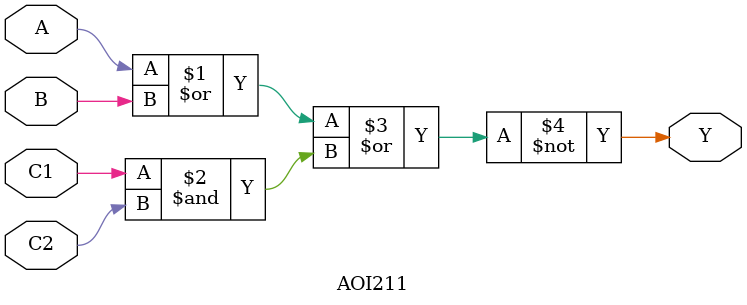
<source format=v>
module AOI211(
    output Y,
    input A,
    input B,
    input C1,
    input C2
);
    assign Y = ~(A | B | (C1 & C2));
endmodule
</source>
